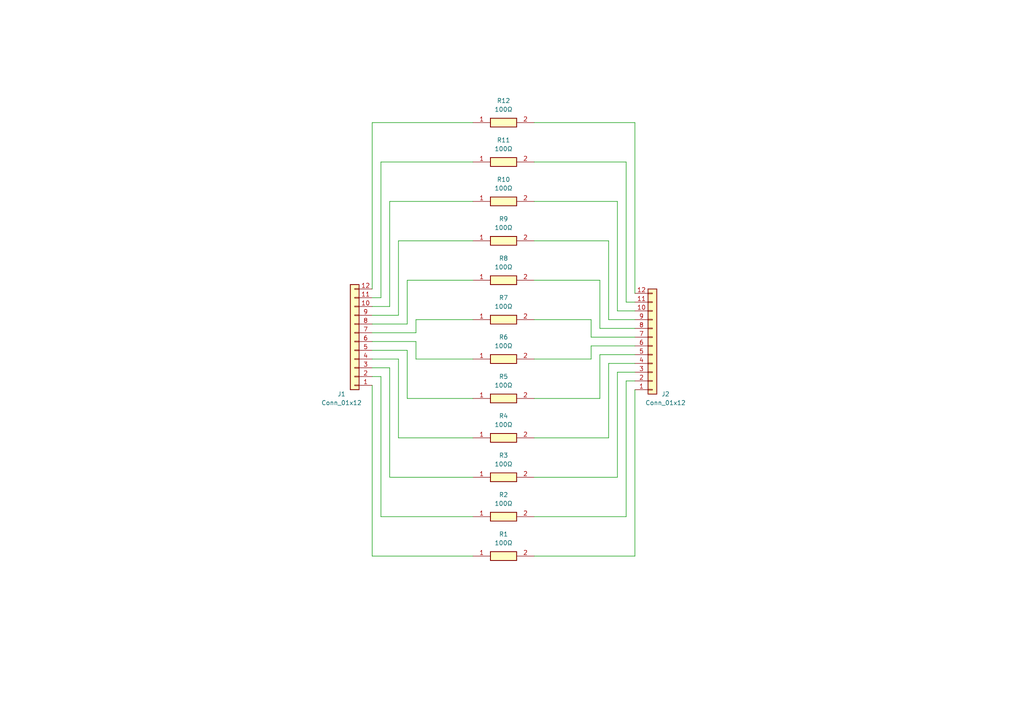
<source format=kicad_sch>
(kicad_sch (version 20230121) (generator eeschema)
  (paper "A4")
  (title_block (title "Vishay / Dale 100Ω SMD805 Breakout Board") (rev "1") (company "AeroNU - FixedWing"))
  (lib_symbols
    (symbol "Connector_Generic:Conn_01x12" (pin_names (offset 1.016) hide)
      (property "Reference" "J" (at 0 15.24 0))
      (property "Value" "Conn_01x12" (at 0 -17.78 0))
      (symbol "Conn_01x12_1_1"
        (rectangle (start -1.27 -15.113) (end 0 -15.367) (stroke (width 0.1524)))
        (rectangle (start -1.27 -12.573) (end 0 -12.827) (stroke (width 0.1524)))
        (rectangle (start -1.27 -10.033) (end 0 -10.287) (stroke (width 0.1524)))
        (rectangle (start -1.27 -7.493) (end 0 -7.747) (stroke (width 0.1524)))
        (rectangle (start -1.27 -4.953) (end 0 -5.207) (stroke (width 0.1524)))
        (rectangle (start -1.27 -2.413) (end 0 -2.667) (stroke (width 0.1524)))
        (rectangle (start -1.27 0.127) (end 0 -0.127) (stroke (width 0.1524)))
        (rectangle (start -1.27 2.667) (end 0 2.413) (stroke (width 0.1524)))
        (rectangle (start -1.27 5.207) (end 0 4.953) (stroke (width 0.1524)))
        (rectangle (start -1.27 7.747) (end 0 7.493) (stroke (width 0.1524)))
        (rectangle (start -1.27 10.287) (end 0 10.033) (stroke (width 0.1524)))
        (rectangle (start -1.27 12.827) (end 0 12.573) (stroke (width 0.1524)))
        (rectangle (start -1.27 13.97) (end 1.27 -16.51) (stroke (width 0.254)) (fill (type background)))
        (pin passive line (at -5.08 12.7 0) (length 3.81) (name "Pin_1") (number "1"))
        (pin passive line (at -5.08 -10.16 0) (length 3.81) (name "Pin_10") (number "10"))
        (pin passive line (at -5.08 -12.7 0) (length 3.81) (name "Pin_11") (number "11"))
        (pin passive line (at -5.08 -15.24 0) (length 3.81) (name "Pin_12") (number "12"))
        (pin passive line (at -5.08 10.16 0) (length 3.81) (name "Pin_2") (number "2"))
        (pin passive line (at -5.08 7.62 0) (length 3.81) (name "Pin_3") (number "3"))
        (pin passive line (at -5.08 5.08 0) (length 3.81) (name "Pin_4") (number "4"))
        (pin passive line (at -5.08 2.54 0) (length 3.81) (name "Pin_5") (number "5"))
        (pin passive line (at -5.08 0 0) (length 3.81) (name "Pin_6") (number "6"))
        (pin passive line (at -5.08 -2.54 0) (length 3.81) (name "Pin_7") (number "7"))
        (pin passive line (at -5.08 -5.08 0) (length 3.81) (name "Pin_8") (number "8"))
        (pin passive line (at -5.08 -7.62 0) (length 3.81) (name "Pin_9") (number "9"))
      )
    )
    (symbol "FixedWing:CRCW0805100RFKEA" (pin_names hide)
      (property "Reference" "R" (at 13.97 6.35 0))
      (property "Value" "100Ω" (at 13.97 3.81 0))
      (symbol "CRCW0805100RFKEA_1_1"
        (rectangle (start 5.08 1.27) (end 12.7 -1.27) (stroke (width 0.254)) (fill (type background)))
        (pin passive line (at 0 0 0) (length 5.08) (name "1") (number "1"))
        (pin passive line (at 17.78 0 180) (length 5.08) (name "2") (number "2"))
      )
    )
  )
  (wire (pts (xy 118.11 81.28) (xy 137.16 81.28)))
  (wire (pts (xy 184.15 102.87) (xy 173.99 102.87)))
  (wire (pts (xy 115.57 104.14) (xy 115.57 127)))
  (wire (pts (xy 107.95 111.76) (xy 107.95 161.29)))
  (wire (pts (xy 184.15 87.63) (xy 181.61 87.63)))
  (wire (pts (xy 184.15 161.29) (xy 184.15 113.03)))
  (wire (pts (xy 113.03 106.68) (xy 113.03 138.43)))
  (wire (pts (xy 113.03 138.43) (xy 137.16 138.43)))
  (wire (pts (xy 173.99 115.57) (xy 173.99 102.87)))
  (wire (pts (xy 184.15 97.79) (xy 171.45 97.79)))
  (wire (pts (xy 118.11 101.6) (xy 118.11 115.57)))
  (wire (pts (xy 115.57 69.85) (xy 115.57 91.44)))
  (wire (pts (xy 107.95 93.98) (xy 118.11 93.98)))
  (wire (pts (xy 107.95 104.14) (xy 115.57 104.14)))
  (wire (pts (xy 171.45 92.71) (xy 154.94 92.71)))
  (wire (pts (xy 173.99 115.57) (xy 154.94 115.57)))
  (wire (pts (xy 179.07 138.43) (xy 154.94 138.43)))
  (wire (pts (xy 113.03 58.42) (xy 137.16 58.42)))
  (wire (pts (xy 107.95 96.52) (xy 120.65 96.52)))
  (wire (pts (xy 110.49 109.22) (xy 110.49 149.86)))
  (wire (pts (xy 176.53 92.71) (xy 176.53 69.85)))
  (wire (pts (xy 120.65 92.71) (xy 120.65 96.52)))
  (wire (pts (xy 115.57 69.85) (xy 137.16 69.85)))
  (wire (pts (xy 171.45 97.79) (xy 171.45 92.71)))
  (wire (pts (xy 181.61 149.86) (xy 181.61 110.49)))
  (wire (pts (xy 181.61 87.63) (xy 181.61 46.99)))
  (wire (pts (xy 118.11 81.28) (xy 118.11 93.98)))
  (wire (pts (xy 179.07 90.17) (xy 179.07 58.42)))
  (wire (pts (xy 184.15 107.95) (xy 179.07 107.95)))
  (wire (pts (xy 173.99 95.25) (xy 173.99 81.28)))
  (wire (pts (xy 179.07 138.43) (xy 179.07 107.95)))
  (wire (pts (xy 120.65 99.06) (xy 120.65 104.14)))
  (wire (pts (xy 110.49 46.99) (xy 137.16 46.99)))
  (wire (pts (xy 107.95 99.06) (xy 120.65 99.06)))
  (wire (pts (xy 184.15 100.33) (xy 171.45 100.33)))
  (wire (pts (xy 176.53 127) (xy 154.94 127)))
  (wire (pts (xy 107.95 161.29) (xy 137.16 161.29)))
  (wire (pts (xy 181.61 46.99) (xy 154.94 46.99)))
  (wire (pts (xy 120.65 92.71) (xy 137.16 92.71)))
  (wire (pts (xy 176.53 69.85) (xy 154.94 69.85)))
  (wire (pts (xy 176.53 127) (xy 176.53 105.41)))
  (wire (pts (xy 184.15 85.09) (xy 184.15 35.56)))
  (wire (pts (xy 184.15 92.71) (xy 176.53 92.71)))
  (wire (pts (xy 107.95 86.36) (xy 110.49 86.36)))
  (wire (pts (xy 171.45 104.14) (xy 154.94 104.14)))
  (wire (pts (xy 184.15 35.56) (xy 154.94 35.56)))
  (wire (pts (xy 107.95 91.44) (xy 115.57 91.44)))
  (wire (pts (xy 184.15 95.25) (xy 173.99 95.25)))
  (wire (pts (xy 113.03 58.42) (xy 113.03 88.9)))
  (wire (pts (xy 184.15 110.49) (xy 181.61 110.49)))
  (wire (pts (xy 107.95 106.68) (xy 113.03 106.68)))
  (wire (pts (xy 184.15 161.29) (xy 154.94 161.29)))
  (wire (pts (xy 120.65 104.14) (xy 137.16 104.14)))
  (wire (pts (xy 107.95 35.56) (xy 107.95 83.82)))
  (wire (pts (xy 179.07 58.42) (xy 154.94 58.42)))
  (wire (pts (xy 107.95 88.9) (xy 113.03 88.9)))
  (wire (pts (xy 184.15 90.17) (xy 179.07 90.17)))
  (wire (pts (xy 173.99 81.28) (xy 154.94 81.28)))
  (wire (pts (xy 107.95 101.6) (xy 118.11 101.6)))
  (wire (pts (xy 107.95 109.22) (xy 110.49 109.22)))
  (wire (pts (xy 107.95 35.56) (xy 137.16 35.56)))
  (wire (pts (xy 110.49 149.86) (xy 137.16 149.86)))
  (wire (pts (xy 171.45 104.14) (xy 171.45 100.33)))
  (wire (pts (xy 115.57 127) (xy 137.16 127)))
  (wire (pts (xy 110.49 46.99) (xy 110.49 86.36)))
  (wire (pts (xy 181.61 149.86) (xy 154.94 149.86)))
  (wire (pts (xy 184.15 105.41) (xy 176.53 105.41)))
  (wire (pts (xy 118.11 115.57) (xy 137.16 115.57)))
  (symbol (lib_id "FixedWing:CRCW0805100RFKEA") (at 137.16 161.29 0) (unit 1)
    (property "Reference" "R1" (at 146.05 154.94 0))
    (property "Value" "100Ω" (at 146.05 157.48 0))
    (property "Footprint" "RESC2012X50N" (effects hide))
    (property "Datasheet" "http://www.vishay.com/docs/20035/dcrcwe3.pdf" (effects hide))
    (property "Height" "0.5" (effects hide))
    (property "Mouser Part Number" "71-CRCW0805-100-E3" (effects hide))
    (property "Mouser Price/Stock" "https://www.mouser.co.uk/ProductDetail/Vishay-Dale/CRCW0805100RFKEA?qs=LOX6nxTstiYDPDKmuLyNLw%3D%3D" (effects hide))
    (property "Manufacturer_Name" "Vishay" (effects hide))
    (property "Manufacturer_Part_Number" "CRCW0805100RFKEA" (effects hide))
  )
  (symbol (lib_id "FixedWing:CRCW0805100RFKEA") (at 137.16 92.71 0) (unit 1)
    (property "Reference" "R7" (at 146.05 86.36 0))
    (property "Value" "100Ω" (at 146.05 88.9 0))
    (property "Footprint" "RESC2012X50N" (effects hide))
    (property "Datasheet" "http://www.vishay.com/docs/20035/dcrcwe3.pdf" (effects hide))
    (property "Height" "0.5" (effects hide))
    (property "Mouser Part Number" "71-CRCW0805-100-E3" (effects hide))
    (property "Mouser Price/Stock" "https://www.mouser.co.uk/ProductDetail/Vishay-Dale/CRCW0805100RFKEA?qs=LOX6nxTstiYDPDKmuLyNLw%3D%3D" (effects hide))
    (property "Manufacturer_Name" "Vishay" (effects hide))
    (property "Manufacturer_Part_Number" "CRCW0805100RFKEA" (effects hide))
  )
  (symbol (lib_id "FixedWing:CRCW0805100RFKEA") (at 137.16 149.86 0) (unit 1)
    (property "Reference" "R2" (at 146.05 143.51 0))
    (property "Value" "100Ω" (at 146.05 146.05 0))
    (property "Footprint" "RESC2012X50N" (effects hide))
    (property "Datasheet" "http://www.vishay.com/docs/20035/dcrcwe3.pdf" (effects hide))
    (property "Height" "0.5" (effects hide))
    (property "Mouser Part Number" "71-CRCW0805-100-E3" (effects hide))
    (property "Mouser Price/Stock" "https://www.mouser.co.uk/ProductDetail/Vishay-Dale/CRCW0805100RFKEA?qs=LOX6nxTstiYDPDKmuLyNLw%3D%3D" (effects hide))
    (property "Manufacturer_Name" "Vishay" (effects hide))
    (property "Manufacturer_Part_Number" "CRCW0805100RFKEA" (effects hide))
  )
  (symbol (lib_id "FixedWing:CRCW0805100RFKEA") (at 137.16 58.42 0) (unit 1)
    (property "Reference" "R10" (at 146.05 52.07 0))
    (property "Value" "100Ω" (at 146.05 54.61 0))
    (property "Footprint" "RESC2012X50N" (effects hide))
    (property "Datasheet" "http://www.vishay.com/docs/20035/dcrcwe3.pdf" (effects hide))
    (property "Height" "0.5" (effects hide))
    (property "Mouser Part Number" "71-CRCW0805-100-E3" (effects hide))
    (property "Mouser Price/Stock" "https://www.mouser.co.uk/ProductDetail/Vishay-Dale/CRCW0805100RFKEA?qs=LOX6nxTstiYDPDKmuLyNLw%3D%3D" (effects hide))
    (property "Manufacturer_Name" "Vishay" (effects hide))
    (property "Manufacturer_Part_Number" "CRCW0805100RFKEA" (effects hide))
  )
  (symbol (lib_id "FixedWing:CRCW0805100RFKEA") (at 137.16 46.99 0) (unit 1)
    (property "Reference" "R11" (at 146.05 40.64 0))
    (property "Value" "100Ω" (at 146.05 43.18 0))
    (property "Footprint" "RESC2012X50N" (effects hide))
    (property "Datasheet" "http://www.vishay.com/docs/20035/dcrcwe3.pdf" (effects hide))
    (property "Height" "0.5" (effects hide))
    (property "Mouser Part Number" "71-CRCW0805-100-E3" (effects hide))
    (property "Mouser Price/Stock" "https://www.mouser.co.uk/ProductDetail/Vishay-Dale/CRCW0805100RFKEA?qs=LOX6nxTstiYDPDKmuLyNLw%3D%3D" (effects hide))
    (property "Manufacturer_Name" "Vishay" (effects hide))
    (property "Manufacturer_Part_Number" "CRCW0805100RFKEA" (effects hide))
  )
  (symbol (lib_id "FixedWing:CRCW0805100RFKEA") (at 137.16 138.43 0) (unit 1)
    (property "Reference" "R3" (at 146.05 132.08 0))
    (property "Value" "100Ω" (at 146.05 134.62 0))
    (property "Footprint" "RESC2012X50N" (effects hide))
    (property "Datasheet" "http://www.vishay.com/docs/20035/dcrcwe3.pdf" (effects hide))
    (property "Height" "0.5" (effects hide))
    (property "Mouser Part Number" "71-CRCW0805-100-E3" (effects hide))
    (property "Mouser Price/Stock" "https://www.mouser.co.uk/ProductDetail/Vishay-Dale/CRCW0805100RFKEA?qs=LOX6nxTstiYDPDKmuLyNLw%3D%3D" (effects hide))
    (property "Manufacturer_Name" "Vishay" (effects hide))
    (property "Manufacturer_Part_Number" "CRCW0805100RFKEA" (effects hide))
  )
  (symbol (lib_id "FixedWing:CRCW0805100RFKEA") (at 137.16 127 0) (unit 1)
    (property "Reference" "R4" (at 146.05 120.65 0))
    (property "Value" "100Ω" (at 146.05 123.19 0))
    (property "Footprint" "RESC2012X50N" (effects hide))
    (property "Datasheet" "http://www.vishay.com/docs/20035/dcrcwe3.pdf" (effects hide))
    (property "Height" "0.5" (effects hide))
    (property "Mouser Part Number" "71-CRCW0805-100-E3" (effects hide))
    (property "Mouser Price/Stock" "https://www.mouser.co.uk/ProductDetail/Vishay-Dale/CRCW0805100RFKEA?qs=LOX6nxTstiYDPDKmuLyNLw%3D%3D" (effects hide))
    (property "Manufacturer_Name" "Vishay" (effects hide))
    (property "Manufacturer_Part_Number" "CRCW0805100RFKEA" (effects hide))
  )
  (symbol (lib_id "FixedWing:CRCW0805100RFKEA") (at 137.16 69.85 0) (unit 1)
    (property "Reference" "R9" (at 146.05 63.5 0))
    (property "Value" "100Ω" (at 146.05 66.04 0))
    (property "Footprint" "RESC2012X50N" (effects hide))
    (property "Datasheet" "http://www.vishay.com/docs/20035/dcrcwe3.pdf" (effects hide))
    (property "Height" "0.5" (effects hide))
    (property "Mouser Part Number" "71-CRCW0805-100-E3" (effects hide))
    (property "Mouser Price/Stock" "https://www.mouser.co.uk/ProductDetail/Vishay-Dale/CRCW0805100RFKEA?qs=LOX6nxTstiYDPDKmuLyNLw%3D%3D" (effects hide))
    (property "Manufacturer_Name" "Vishay" (effects hide))
    (property "Manufacturer_Part_Number" "CRCW0805100RFKEA" (effects hide))
  )
  (symbol (lib_id "FixedWing:CRCW0805100RFKEA") (at 137.16 35.56 0) (unit 1)
    (property "Reference" "R12" (at 146.05 29.21 0))
    (property "Value" "100Ω" (at 146.05 31.75 0))
    (property "Footprint" "RESC2012X50N" (effects hide))
    (property "Datasheet" "http://www.vishay.com/docs/20035/dcrcwe3.pdf" (effects hide))
    (property "Height" "0.5" (effects hide))
    (property "Mouser Part Number" "71-CRCW0805-100-E3" (effects hide))
    (property "Mouser Price/Stock" "https://www.mouser.co.uk/ProductDetail/Vishay-Dale/CRCW0805100RFKEA?qs=LOX6nxTstiYDPDKmuLyNLw%3D%3D" (effects hide))
    (property "Manufacturer_Name" "Vishay" (effects hide))
    (property "Manufacturer_Part_Number" "CRCW0805100RFKEA" (effects hide))
  )
  (symbol (lib_id "Connector_Generic:Conn_01x12") (at 189.23 100.33 0) (mirror x) (unit 1)
    (property "Reference" "J2" (at 193.04 114.3 0))
    (property "Value" "Conn_01x12" (at 193.04 116.84 0))
    (property "Footprint" "Connector_PinSocket_2.54mm:PinSocket_1x12_P2.54mm_Vertical" (effects hide))
  )
  (symbol (lib_id "FixedWing:CRCW0805100RFKEA") (at 137.16 115.57 0) (unit 1)
    (property "Reference" "R5" (at 146.05 109.22 0))
    (property "Value" "100Ω" (at 146.05 111.76 0))
    (property "Footprint" "RESC2012X50N" (effects hide))
    (property "Datasheet" "http://www.vishay.com/docs/20035/dcrcwe3.pdf" (effects hide))
    (property "Height" "0.5" (effects hide))
    (property "Mouser Part Number" "71-CRCW0805-100-E3" (effects hide))
    (property "Mouser Price/Stock" "https://www.mouser.co.uk/ProductDetail/Vishay-Dale/CRCW0805100RFKEA?qs=LOX6nxTstiYDPDKmuLyNLw%3D%3D" (effects hide))
    (property "Manufacturer_Name" "Vishay" (effects hide))
    (property "Manufacturer_Part_Number" "CRCW0805100RFKEA" (effects hide))
  )
  (symbol (lib_id "FixedWing:CRCW0805100RFKEA") (at 137.16 81.28 0) (unit 1)
    (property "Reference" "R8" (at 146.05 74.93 0))
    (property "Value" "100Ω" (at 146.05 77.47 0))
    (property "Footprint" "RESC2012X50N" (effects hide))
    (property "Datasheet" "http://www.vishay.com/docs/20035/dcrcwe3.pdf" (effects hide))
    (property "Height" "0.5" (effects hide))
    (property "Mouser Part Number" "71-CRCW0805-100-E3" (effects hide))
    (property "Mouser Price/Stock" "https://www.mouser.co.uk/ProductDetail/Vishay-Dale/CRCW0805100RFKEA?qs=LOX6nxTstiYDPDKmuLyNLw%3D%3D" (effects hide))
    (property "Manufacturer_Name" "Vishay" (effects hide))
    (property "Manufacturer_Part_Number" "CRCW0805100RFKEA" (effects hide))
  )
  (symbol (lib_id "FixedWing:CRCW0805100RFKEA") (at 137.16 104.14 0) (unit 1)
    (property "Reference" "R6" (at 146.05 97.79 0))
    (property "Value" "100Ω" (at 146.05 100.33 0))
    (property "Footprint" "RESC2012X50N" (effects hide))
    (property "Datasheet" "http://www.vishay.com/docs/20035/dcrcwe3.pdf" (effects hide))
    (property "Height" "0.5" (effects hide))
    (property "Mouser Part Number" "71-CRCW0805-100-E3" (effects hide))
    (property "Mouser Price/Stock" "https://www.mouser.co.uk/ProductDetail/Vishay-Dale/CRCW0805100RFKEA?qs=LOX6nxTstiYDPDKmuLyNLw%3D%3D" (effects hide))
    (property "Manufacturer_Name" "Vishay" (effects hide))
    (property "Manufacturer_Part_Number" "CRCW0805100RFKEA" (effects hide))
  )
  (symbol (lib_id "Connector_Generic:Conn_01x12") (at 102.87 99.06 180) (unit 1)
    (property "Reference" "J1" (at 99.06 114.3 0))
    (property "Value" "Conn_01x12" (at 99.06 116.84 0))
    (property "Footprint" "Connector_PinSocket_2.54mm:PinSocket_1x12_P2.54mm_Vertical" (effects hide))
  )
)
</source>
